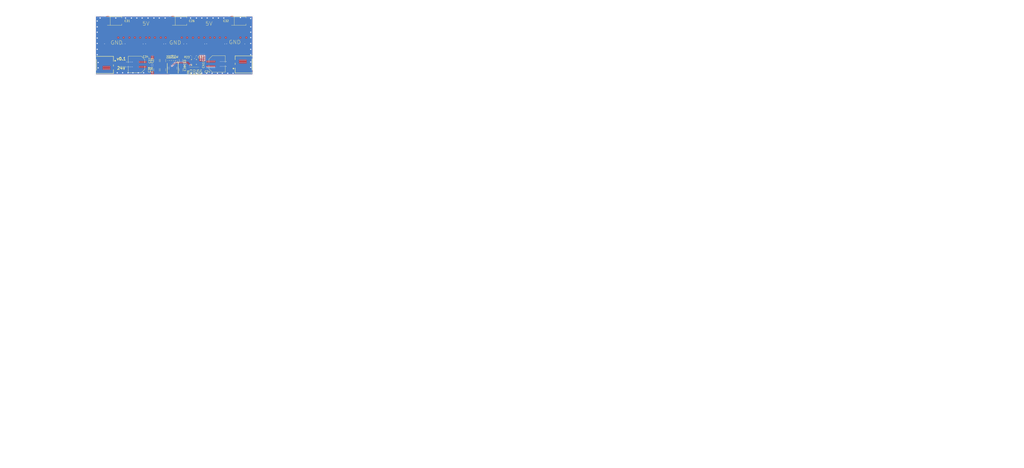
<source format=kicad_pcb>
(kicad_pcb (version 20241229) (generator "pcbnew") (generator_version "9.0")
  (layers (0 "F.Cu" signal) (4 "In1.Cu" power "Ground") (6 "In2.Cu" power "Power") (2 "B.Cu" signal) (13 "F.Paste" user) (15 "B.Paste" user) (5 "F.SilkS" user "F.Silkscreen") (7 "B.SilkS" user "B.Silkscreen") (1 "F.Mask" user) (3 "B.Mask" user) (25 "Edge.Cuts" user))
  (net 0 "")
  (net 1 "GND")
  (net 2 "/buck24v/5V_RAW")
  (net 7 "Net-(U15-FB)")
  (net 11 "Net-(U1-DVDT)")
  (net 12 "Net-(U15-MODE)")
  (net 13 "Net-(U1-EN{slash}UVLO)")
  (net 16 "/buck24v/VOUT")
  (net 17 "Net-(U15-SS)")
  (net 18 "Net-(U1-OVLO{slash}OVCSEL)")
  (net 19 "Net-(U1-ILM)")
  (net 20 "Net-(U1-PGTH{slash}~{FLT})")
  (net 23 "/NanoFitPower/VIN")
  (footprint "Resistor_SMD:R_0402_1005Metric" (layer "F.Cu") (at 109.045 68.4 90)
    (property "Reference" "R6" (at -2.5 -1 90) (layer "F.SilkS"))
    (property "Value" "73.2k")
    (fp_line (start -0.153641 -0.38) (end 0.153641 -0.38) (stroke (width 0.12)) (layer "F.SilkS"))
    (fp_line (start -0.153641 0.38) (end 0.153641 0.38) (stroke (width 0.12)) (layer "F.SilkS"))
    (pad "1" smd roundrect (at -0.51 0 90) (size 0.54 0.64) (layers "F.Cu" "F.Mask" "F.Paste") (net 2 "/buck24v/5V_RAW"))
    (pad "2" smd roundrect (at 0.51 0 90) (size 0.54 0.64) (layers "F.Cu" "F.Mask" "F.Paste") (net 13 "Net-(U1-EN{slash}UVLO)"))
  )
  (footprint "Capacitor_SMD:C_0402_1005Metric" (layer "F.Cu") (at 100 65 -90)
    (property "Reference" "C40" (at -1.95 0 90) (layer "F.SilkS") (effects (font (size 1 0.6))))
    (property "Value" "47pF")
    (fp_line (start -0.107836 0.36) (end 0.107836 0.36) (stroke (width 0.12)) (layer "F.SilkS"))
    (fp_line (start -0.107836 -0.36) (end 0.107836 -0.36) (stroke (width 0.12)) (layer "F.SilkS"))
    (pad "1" smd roundrect (at -0.48 0 270) (size 0.56 0.62) (layers "F.Cu" "F.Mask" "F.Paste") (net 2 "/buck24v/5V_RAW"))
    (pad "2" smd roundrect (at 0.48 0 270) (size 0.56 0.62) (layers "F.Cu" "F.Mask" "F.Paste") (net 7 "Net-(U15-FB)"))
  )
  (footprint "easyeda2kicad:B3QFN-19_L5.5-W5.0-P0.50-TL" (layer "F.Cu") (at 100.12 69 -90)
    (property "Reference" "U15" (hide yes))
    (property "Value" "TPSM86837RCGR")
    (fp_line (start -2.5 2.8) (end -2.5 2.76) (stroke (width 0.25)) (layer "F.SilkS"))
    (fp_line (start 2.5 2.8) (end -2.5 2.8) (stroke (width 0.25)) (layer "F.SilkS"))
    (fp_line (start 2.5 2.76) (end 2.5 2.8) (stroke (width 0.25)) (layer "F.SilkS"))
    (fp_line (start -2.5 -2.76) (end -2.5 -2.8) (stroke (width 0.25)) (layer "F.SilkS"))
    (fp_line (start -2.5 -2.76) (end -2.5 -2.8) (stroke (width 0.25)) (layer "F.SilkS"))
    (fp_line (start -2.5 -2.8) (end 2.5 -2.8) (stroke (width 0.25)) (layer "F.SilkS"))
    (fp_line (start 2.5 -2.8) (end 2.5 -2.76) (stroke (width 0.25)) (layer "F.SilkS"))
    (fp_circle (center -3.1 -2.6) (end -3 -2.6) (stroke (width 0.25)) (fill no) (layer "F.SilkS"))
    (pad "1" smd rect (at -2.1 -2.15 270) (size 1.2 0.75) (layers "F.Cu" "F.Mask" "F.Paste") (net 2 "/buck24v/5V_RAW"))
    (pad "2" smd rect (at -2.2 -1.25 270) (size 1 0.25) (layers "F.Cu" "F.Mask" "F.Paste") (net 12 "Net-(U15-MODE)"))
    (pad "3" smd rect (at -2.2 -0.75 270) (size 1 0.25) (layers "F.Cu" "F.Mask" "F.Paste"))
    (pad "4" smd rect (at -2.2 -0.25 270) (size 1 0.25) (layers "F.Cu" "F.Mask" "F.Paste") (net 7 "Net-(U15-FB)"))
    (pad "5" smd rect (at -2.2 0.25 270) (size 1 0.25) (layers "F.Cu" "F.Mask" "F.Paste") (net 1 "GND"))
    (pad "6" smd rect (at -2.2 0.75 270) (size 1 0.25) (layers "F.Cu" "F.Mask" "F.Paste") (net 13 "Net-(U1-EN{slash}UVLO)"))
    (pad "7" smd rect (at -2.2 1.25 270) (size 1 0.25) (layers "F.Cu" "F.Mask" "F.Paste") (net 17 "Net-(U15-SS)"))
    (pad "8" smd rect (at -2.1 2.15 270) (size 1.2 0.75) (layers "F.Cu" "F.Mask" "F.Paste") (net 23 "/NanoFitPower/VIN"))
    (pad "9" smd rect (at 2.1 2.15 270) (size 1.2 0.75) (layers "F.Cu" "F.Mask" "F.Paste") (net 23 "/NanoFitPower/VIN"))
    (pad "10" smd rect (at 2.2 1.25 270) (size 1 0.25) (layers "F.Cu" "F.Mask" "F.Paste"))
    (pad "11" smd rect (at 2.2 0.75 270) (size 1 0.25) (layers "F.Cu" "F.Mask" "F.Paste"))
    (pad "12" smd rect (at 2.2 0.25 270) (size 1 0.25) (layers "F.Cu" "F.Mask" "F.Paste"))
    (pad "13" smd rect (at 2.2 -0.25 270) (size 1 0.25) (layers "F.Cu" "F.Mask" "F.Paste"))
    (pad "14" smd rect (at 2.2 -0.75 270) (size 1 0.25) (layers "F.Cu" "F.Mask" "F.Paste"))
    (pad "15" smd rect (at 2.2 -1.25 270) (size 1 0.25) (layers "F.Cu" "F.Mask" "F.Paste"))
    (pad "16" smd rect (at 2.1 -2.15 270) (size 1.2 0.75) (layers "F.Cu" "F.Mask" "F.Paste") (net 2 "/buck24v/5V_RAW"))
    (pad "17" smd rect (at 0 -1.05 270) (size 1.6 0.8) (layers "F.Cu" "F.Mask" "F.Paste") (net 1 "GND"))
    (pad "18" smd rect (at 0 0 270) (size 1.6 0.8) (layers "F.Cu" "F.Mask" "F.Paste") (net 1 "GND"))
    (pad "19" smd rect (at 0 1.05 270) (size 1.6 0.8) (layers "F.Cu" "F.Mask" "F.Paste") (net 1 "GND"))
  )
  (footprint "Resistor_SMD:R_0402_1005Metric" (layer "F.Cu") (at 111.045 68.4 -90)
    (property "Reference" "R22" (at 2.5 -0.25 90) (layer "F.SilkS"))
    (property "Value" "73.2k")
    (fp_line (start -0.153641 0.38) (end 0.153641 0.38) (stroke (width 0.12)) (layer "F.SilkS"))
    (fp_line (start -0.153641 -0.38) (end 0.153641 -0.38) (stroke (width 0.12)) (layer "F.SilkS"))
    (pad "1" smd roundrect (at -0.51 0 270) (size 0.54 0.64) (layers "F.Cu" "F.Mask" "F.Paste") (net 18 "Net-(U1-OVLO{slash}OVCSEL)"))
    (pad "2" smd roundrect (at 0.51 0 270) (size 0.54 0.64) (layers "F.Cu" "F.Mask" "F.Paste") (net 1 "GND"))
  )
  (footprint "Capacitor_SMD:C_0402_1005Metric" (layer "F.Cu") (at 98 65.02 90)
    (property "Reference" "C41" (at 1.95 -0.5 90) (layer "F.SilkS") (effects (font (size 1 0.6))))
    (property "Value" "47nF")
    (fp_line (start -0.107836 -0.36) (end 0.107836 -0.36) (stroke (width 0.12)) (layer "F.SilkS"))
    (fp_line (start -0.107836 0.36) (end 0.107836 0.36) (stroke (width 0.12)) (layer "F.SilkS"))
    (pad "1" smd roundrect (at -0.48 0 90) (size 0.56 0.62) (layers "F.Cu" "F.Mask" "F.Paste") (net 17 "Net-(U15-SS)"))
    (pad "2" smd roundrect (at 0.48 0 90) (size 0.56 0.62) (layers "F.Cu" "F.Mask" "F.Paste") (net 1 "GND"))
  )
  (footprint "Capacitor_SMD:C_1206_3216Metric" (layer "F.Cu") (at 104.365 65 -90)
    (property "Reference" "C33" (at 1 -2 90) (layer "F.SilkS"))
    (property "Value" "10uF")
    (fp_line (start -0.711252 0.91) (end 0.711252 0.91) (stroke (width 0.12)) (layer "F.SilkS"))
    (fp_line (start -0.711252 -0.91) (end 0.711252 -0.91) (stroke (width 0.12)) (layer "F.SilkS"))
    (pad "1" smd roundrect (at -1.475 0 270) (size 1.15 1.8) (layers "F.Cu" "F.Mask" "F.Paste") (roundrect_rratio 0.217391) (net 2 "/buck24v/5V_RAW"))
    (pad "2" smd roundrect (at 1.475 0 270) (size 1.15 1.8) (layers "F.Cu" "F.Mask" "F.Paste") (roundrect_rratio 0.217391) (net 1 "GND"))
  )
  (footprint "Capacitor_SMD:C_1206_3216Metric" (layer "F.Cu") (at 104.365 69.75 90)
    (property "Reference" "C39" (at 0.75 2 90) (layer "F.SilkS"))
    (property "Value" "10uF")
    (fp_line (start -0.711252 -0.91) (end 0.711252 -0.91) (stroke (width 0.12)) (layer "F.SilkS"))
    (fp_line (start -0.711252 0.91) (end 0.711252 0.91) (stroke (width 0.12)) (layer "F.SilkS"))
    (pad "1" smd roundrect (at -1.475 0 90) (size 1.15 1.8) (layers "F.Cu" "F.Mask" "F.Paste") (roundrect_rratio 0.217391) (net 2 "/buck24v/5V_RAW"))
    (pad "2" smd roundrect (at 1.475 0 90) (size 1.15 1.8) (layers "F.Cu" "F.Mask" "F.Paste") (roundrect_rratio 0.217391) (net 1 "GND"))
  )
  (footprint "easyeda2kicad:CAP-SMD_BD8.0-L8.3-W8.3-FD" (layer "F.Cu") (at 122.845 66.75)
    (property "Reference" "C24" (at -5 4 0) (layer "F.SilkS"))
    (property "Value" "220uF")
    (fp_line (start -4.2 -2.49) (end -4.2 -0.78) (stroke (width 0.15)) (layer "F.SilkS"))
    (fp_line (start -4.2 2.49) (end -4.2 0.78) (stroke (width 0.15)) (layer "F.SilkS"))
    (fp_line (start -2.46 -4.23) (end -4.2 -2.49) (stroke (width 0.15)) (layer "F.SilkS"))
    (fp_line (start -2.46 4.23) (end -4.2 2.49) (stroke (width 0.15)) (layer "F.SilkS"))
    (fp_line (start 4.2 -4.23) (end -2.46 -4.23) (stroke (width 0.15)) (layer "F.SilkS"))
    (fp_line (start 4.2 -0.78) (end 4.2 -4.23) (stroke (width 0.15)) (layer "F.SilkS"))
    (fp_line (start 4.2 0.78) (end 4.2 4.23) (stroke (width 0.15)) (layer "F.SilkS"))
    (fp_line (start 4.2 4.23) (end -2.46 4.23) (stroke (width 0.15)) (layer "F.SilkS"))
    (pad "1" smd rect (at -3.27 0) (size 4.2 1.4) (layers "F.Cu" "F.Mask" "F.Paste") (net 23 "/NanoFitPower/VIN"))
    (pad "2" smd rect (at 3.27 0) (size 4.2 1.4) (layers "F.Cu" "F.Mask" "F.Paste") (net 1 "GND"))
  )
  (footprint "easyeda2kicad:CAP-SMD_L7.3-W4.3-FD" (layer "F.Cu") (at 70.365 44.75)
    (property "Reference" "C31" (at 6.5 0 0) (layer "F.SilkS"))
    (property "Value" "330uF")
    (fp_line (start -3.73 -2.23) (end 3.73 -2.23) (stroke (width 0.15)) (layer "F.SilkS"))
    (fp_line (start -3.73 2.23) (end 3.73 2.23) (stroke (width 0.15)) (layer "F.SilkS"))
    (fp_line (start -2.2 -2.23) (end -2.2 2.23) (stroke (width 0.15)) (layer "F.SilkS"))
    (fp_line (start 3.73 -2.23) (end 3.73 -1.5) (stroke (width 0.15)) (layer "F.SilkS"))
    (fp_line (start 3.73 2.23) (end 3.73 1.5) (stroke (width 0.15)) (layer "F.SilkS"))
    (pad "1" smd rect (at -3.44 0 180) (size 2.19 2.59) (layers "F.Cu" "F.Mask" "F.Paste") (net 16 "/buck24v/VOUT"))
    (pad "2" smd rect (at 3.44 0 180) (size 2.19 2.59) (layers "F.Cu" "F.Mask" "F.Paste") (net 1 "GND"))
  )
  (footprint "easyeda2kicad:CAP-SMD_L7.3-W4.3-FD" (layer "F.Cu") (at 133.865 44.75)
    (property "Reference" "C32" (at -6.5 0 0) (layer "F.SilkS"))
    (property "Value" "330uF")
    (fp_line (start -3.73 -2.23) (end 3.73 -2.23) (stroke (width 0.15)) (layer "F.SilkS"))
    (fp_line (start -3.73 2.23) (end 3.73 2.23) (stroke (width 0.15)) (layer "F.SilkS"))
    (fp_line (start -2.2 -2.23) (end -2.2 2.23) (stroke (width 0.15)) (layer "F.SilkS"))
    (fp_line (start 3.73 -2.23) (end 3.73 -1.5) (stroke (width 0.15)) (layer "F.SilkS"))
    (fp_line (start 3.73 2.23) (end 3.73 1.5) (stroke (width 0.15)) (layer "F.SilkS"))
    (pad "1" smd rect (at -3.44 0 180) (size 2.19 2.59) (layers "F.Cu" "F.Mask" "F.Paste") (net 16 "/buck24v/VOUT"))
    (pad "2" smd rect (at 3.44 0 180) (size 2.19 2.59) (layers "F.Cu" "F.Mask" "F.Paste") (net 1 "GND"))
  )
  (footprint "Resistor_SMD:R_0402_1005Metric" (layer "F.Cu") (at 99 65 -90)
    (property "Reference" "R21" (at -1.93 0.25 90) (layer "F.SilkS") (effects (font (size 1 0.6))))
    (property "Value" "10k")
    (fp_line (start -0.153641 0.38) (end 0.153641 0.38) (stroke (width 0.12)) (layer "F.SilkS"))
    (fp_line (start -0.153641 -0.38) (end 0.153641 -0.38) (stroke (width 0.12)) (layer "F.SilkS"))
    (pad "1" smd roundrect (at -0.51 0 270) (size 0.54 0.64) (layers "F.Cu" "F.Mask" "F.Paste") (net 7 "Net-(U15-FB)"))
    (pad "2" smd roundrect (at 0.51 0 270) (size 0.54 0.64) (layers "F.Cu" "F.Mask" "F.Paste") (net 1 "GND"))
  )
  (footprint "Resistor_SMD:R_0402_1005Metric" (layer "F.Cu") (at 113 68.4 -90)
    (property "Reference" "R24" (at 2.5 -1.5 90) (layer "F.SilkS"))
    (property "Value" "73.2k")
    (fp_line (start -0.153641 0.38) (end 0.153641 0.38) (stroke (width 0.12)) (layer "F.SilkS"))
    (fp_line (start -0.153641 -0.38) (end 0.153641 -0.38) (stroke (width 0.12)) (layer "F.SilkS"))
    (pad "1" smd roundrect (at -0.51 0 270) (size 0.54 0.64) (layers "F.Cu" "F.Mask" "F.Paste") (net 16 "/buck24v/VOUT"))
    (pad "2" smd roundrect (at 0.51 0 270) (size 0.54 0.64) (layers "F.Cu" "F.Mask" "F.Paste") (net 20 "Net-(U1-PGTH{slash}~{FLT})"))
  )
  (footprint "Capacitor_SMD:C_1210_3225Metric" (layer "F.Cu") (at 95.115 65 -90)
    (property "Reference" "C35" (at 0 5.5 90) (layer "F.SilkS"))
    (property "Value" "10uF")
    (fp_line (start -0.711252 1.36) (end 0.711252 1.36) (stroke (width 0.12)) (layer "F.SilkS"))
    (fp_line (start -0.711252 -1.36) (end 0.711252 -1.36) (stroke (width 0.12)) (layer "F.SilkS"))
    (pad "1" smd roundrect (at -1.475 0 270) (size 1.15 2.7) (layers "F.Cu" "F.Mask" "F.Paste") (roundrect_rratio 0.217391) (net 23 "/NanoFitPower/VIN"))
    (pad "2" smd roundrect (at 1.475 0 270) (size 1.15 2.7) (layers "F.Cu" "F.Mask" "F.Paste") (roundrect_rratio 0.217391) (net 1 "GND"))
  )
  (footprint "easyeda2kicad:CAP-SMD_BD8.0-L8.3-W8.3-FD" (layer "F.Cu") (at 81.615 67 180)
    (property "Reference" "C34" (at -4.635 4 180) (layer "F.SilkS"))
    (property "Value" "220uF")
    (fp_line (start 4.2 4.23) (end -2.46 4.23) (stroke (width 0.15)) (layer "F.SilkS"))
    (fp_line (start 4.2 0.78) (end 4.2 4.23) (stroke (width 0.15)) (layer "F.SilkS"))
    (fp_line (start 4.2 -0.78) (end 4.2 -4.23) (stroke (width 0.15)) (layer "F.SilkS"))
    (fp_line (start 4.2 -4.23) (end -2.46 -4.23) (stroke (width 0.15)) (layer "F.SilkS"))
    (fp_line (start -2.46 4.23) (end -4.2 2.49) (stroke (width 0.15)) (layer "F.SilkS"))
    (fp_line (start -2.46 -4.23) (end -4.2 -2.49) (stroke (width 0.15)) (layer "F.SilkS"))
    (fp_line (start -4.2 2.49) (end -4.2 0.78) (stroke (width 0.15)) (layer "F.SilkS"))
    (fp_line (start -4.2 -2.49) (end -4.2 -0.78) (stroke (width 0.15)) (layer "F.SilkS"))
    (pad "1" smd rect (at -3.27 0 180) (size 4.2 1.4) (layers "F.Cu" "F.Mask" "F.Paste") (net 23 "/NanoFitPower/VIN"))
    (pad "2" smd rect (at 3.27 0 180) (size 4.2 1.4) (layers "F.Cu" "F.Mask" "F.Paste") (net 1 "GND"))
  )
  (footprint "Resistor_SMD:R_0402_1005Metric" (layer "F.Cu") (at 101 65 -90)
    (property "Reference" "R14" (at -1.93 -0.25 90) (layer "F.SilkS") (effects (font (size 1 0.6))))
    (property "Value" "73.2k")
    (fp_line (start -0.153641 0.38) (end 0.153641 0.38) (stroke (width 0.12)) (layer "F.SilkS"))
    (fp_line (start -0.153641 -0.38) (end 0.153641 -0.38) (stroke (width 0.12)) (layer "F.SilkS"))
    (pad "1" smd roundrect (at -0.51 0 270) (size 0.54 0.64) (layers "F.Cu" "F.Mask" "F.Paste") (net 2 "/buck24v/5V_RAW"))
    (pad "2" smd roundrect (at 0.51 0 270) (size 0.54 0.64) (layers "F.Cu" "F.Mask" "F.Paste") (net 7 "Net-(U15-FB)"))
  )
  (footprint "Capacitor_SMD:C_0402_1005Metric" (layer "F.Cu") (at 111.865 63.25)
    (property "Reference" "C42" (at 2.5 0 0) (layer "F.SilkS"))
    (property "Value" "22nF")
    (fp_line (start -0.107836 -0.36) (end 0.107836 -0.36) (stroke (width 0.12)) (layer "F.SilkS"))
    (fp_line (start -0.107836 0.36) (end 0.107836 0.36) (stroke (width 0.12)) (layer "F.SilkS"))
    (pad "1" smd roundrect (at -0.48 0) (size 0.56 0.62) (layers "F.Cu" "F.Mask" "F.Paste") (net 11 "Net-(U1-DVDT)"))
    (pad "2" smd roundrect (at 0.48 0) (size 0.56 0.62) (layers "F.Cu" "F.Mask" "F.Paste") (net 1 "GND"))
  )
  (footprint "Resistor_SMD:R_0402_1005Metric" (layer "F.Cu") (at 102 65 90)
    (property "Reference" "R1" (at 1.93 0.5 90) (layer "F.SilkS") (effects (font (size 0.8 0.6))))
    (property "Value" "162k")
    (fp_line (start -0.153641 -0.38) (end 0.153641 -0.38) (stroke (width 0.12)) (layer "F.SilkS"))
    (fp_line (start -0.153641 0.38) (end 0.153641 0.38) (stroke (width 0.12)) (layer "F.SilkS"))
    (pad "1" smd roundrect (at -0.51 0 90) (size 0.54 0.64) (layers "F.Cu" "F.Mask" "F.Paste") (net 12 "Net-(U15-MODE)"))
    (pad "2" smd roundrect (at 0.51 0 90) (size 0.54 0.64) (layers "F.Cu" "F.Mask" "F.Paste") (net 1 "GND"))
  )
  (footprint "Resistor_SMD:R_0402_1005Metric" (layer "F.Cu") (at 112.045 68.4 -90)
    (property "Reference" "R25" (at 2.5 -1 90) (layer "F.SilkS"))
    (property "Value" "73.2k")
    (fp_line (start -0.153641 0.38) (end 0.153641 0.38) (stroke (width 0.12)) (layer "F.SilkS"))
    (fp_line (start -0.153641 -0.38) (end 0.153641 -0.38) (stroke (width 0.12)) (layer "F.SilkS"))
    (pad "1" smd roundrect (at -0.51 0 270) (size 0.54 0.64) (layers "F.Cu" "F.Mask" "F.Paste") (net 20 "Net-(U1-PGTH{slash}~{FLT})"))
    (pad "2" smd roundrect (at 0.51 0 270) (size 0.54 0.64) (layers "F.Cu" "F.Mask" "F.Paste") (net 1 "GND"))
  )
  (footprint "easyeda2kicad:CONN-SMD_2P-P2.54_105430-1102" (layer "F.Cu") (at 67.515 67.23 -90)
    (property "Reference" "CN7" (hide yes))
    (property "Value" "105430-1102")
    (fp_line (start 4.37 6.4) (end 4.3 6.4) (stroke (width 0.25)) (layer "F.SilkS"))
    (fp_line (start -2.81 6.39) (end 2.74 6.39) (stroke (width 0.25)) (layer "F.SilkS"))
    (fp_line (start -4.37 -2.29) (end -4.37 6.4) (stroke (width 0.25)) (layer "F.SilkS"))
    (fp_line (start -1.8 -2.29) (end -4.37 -2.29) (stroke (width 0.25)) (layer "F.SilkS"))
    (fp_line (start 0.7 -2.29) (end -0.1 -2.29) (stroke (width 0.25)) (layer "F.SilkS"))
    (fp_line (start 4.37 -2.29) (end 4.37 6.4) (stroke (width 0.25)) (layer "F.SilkS"))
    (fp_line (start 4.37 -2.29) (end 2.4 -2.29) (stroke (width 0.25)) (layer "F.SilkS"))
    (fp_circle (center -2.11 -3.17) (end -1.91 -3.17) (stroke (width 0.4)) (fill no) (layer "F.SilkS"))
    (pad "1" smd rect (at -0.95 -2.53 270) (size 1.24 2.5) (layers "F.Cu" "F.Mask" "F.Paste") (net 1 "GND"))
    (pad "2" smd rect (at 1.55 -2.53 270) (size 1.24 2.5) (layers "F.Cu" "F.Mask" "F.Paste") (net 23 "/NanoFitPower/VIN"))
    (pad "3" smd rect (at -3.52 2.53 270) (size 1.1 8.2) (layers "F.Cu" "F.Mask" "F.Paste"))
    (pad "4" smd rect (at 3.52 2.4 270) (size 1.1 8.2) (layers "F.Cu" "F.Mask" "F.Paste"))
  )
  (footprint "Capacitor_SMD:C_1210_3225Metric" (layer "F.Cu") (at 95.115 69.75 90)
    (property "Reference" "C36" (at 0 -5.75 90) (layer "F.SilkS"))
    (property "Value" "10uF")
    (fp_line (start -0.711252 -1.36) (end 0.711252 -1.36) (stroke (width 0.12)) (layer "F.SilkS"))
    (fp_line (start -0.711252 1.36) (end 0.711252 1.36) (stroke (width 0.12)) (layer "F.SilkS"))
    (pad "1" smd roundrect (at -1.475 0 90) (size 1.15 2.7) (layers "F.Cu" "F.Mask" "F.Paste") (roundrect_rratio 0.217391) (net 23 "/NanoFitPower/VIN"))
    (pad "2" smd roundrect (at 1.475 0 90) (size 1.15 2.7) (layers "F.Cu" "F.Mask" "F.Paste") (roundrect_rratio 0.217391) (net 1 "GND"))
  )
  (footprint "Capacitor_SMD:C_1210_3225Metric" (layer "F.Cu") (at 91.865 65 -90)
    (property "Reference" "C37" (at 0 3.5 90) (layer "F.SilkS"))
    (property "Value" "10uF")
    (fp_line (start -0.711252 1.36) (end 0.711252 1.36) (stroke (width 0.12)) (layer "F.SilkS"))
    (fp_line (start -0.711252 -1.36) (end 0.711252 -1.36) (stroke (width 0.12)) (layer "F.SilkS"))
    (pad "1" smd roundrect (at -1.475 0 270) (size 1.15 2.7) (layers "F.Cu" "F.Mask" "F.Paste") (roundrect_rratio 0.217391) (net 23 "/NanoFitPower/VIN"))
    (pad "2" smd roundrect (at 1.475 0 270) (size 1.15 2.7) (layers "F.Cu" "F.Mask" "F.Paste") (roundrect_rratio 0.217391) (net 1 "GND"))
  )
  (footprint "Resistor_SMD:R_0402_1005Metric" (layer "F.Cu") (at 110.045 68.4 90)
    (property "Reference" "R13" (at -2.5 -0.5 90) (layer "F.SilkS"))
    (property "Value" "73.2k")
    (fp_line (start -0.153641 -0.38) (end 0.153641 -0.38) (stroke (width 0.12)) (layer "F.SilkS"))
    (fp_line (start -0.153641 0.38) (end 0.153641 0.38) (stroke (width 0.12)) (layer "F.SilkS"))
    (pad "1" smd roundrect (at -0.51 0 90) (size 0.54 0.64) (layers "F.Cu" "F.Mask" "F.Paste") (net 13 "Net-(U1-EN{slash}UVLO)"))
    (pad "2" smd roundrect (at 0.51 0 90) (size 0.54 0.64) (layers "F.Cu" "F.Mask" "F.Paste") (net 18 "Net-(U1-OVLO{slash}OVCSEL)"))
  )
  (footprint "Capacitor_SMD:C_1210_3225Metric" (layer "F.Cu") (at 91.865 69.75 90)
    (property "Reference" "C38" (at 0 -3.75 90) (layer "F.SilkS"))
    (property "Value" "10uF")
    (fp_line (start -0.711252 -1.36) (end 0.711252 -1.36) (stroke (width 0.12)) (layer "F.SilkS"))
    (fp_line (start -0.711252 1.36) (end 0.711252 1.36) (stroke (width 0.12)) (layer "F.SilkS"))
    (pad "1" smd roundrect (at -1.475 0 90) (size 1.15 2.7) (layers "F.Cu" "F.Mask" "F.Paste") (roundrect_rratio 0.217391) (net 23 "/NanoFitPower/VIN"))
    (pad "2" smd roundrect (at 1.475 0 90) (size 1.15 2.7) (layers "F.Cu" "F.Mask" "F.Paste") (roundrect_rratio 0.217391) (net 1 "GND"))
  )
  (footprint "easyeda2kicad:CAP-SMD_L7.3-W4.3-FD" (layer "F.Cu") (at 103.615 44.75)
    (property "Reference" "C26" (at 6.25 0 0) (layer "F.SilkS"))
    (property "Value" "330uF")
    (fp_line (start -3.73 -2.23) (end 3.73 -2.23) (stroke (width 0.15)) (layer "F.SilkS"))
    (fp_line (start -3.73 2.23) (end 3.73 2.23) (stroke (width 0.15)) (layer "F.SilkS"))
    (fp_line (start -2.2 -2.23) (end -2.2 2.23) (stroke (width 0.15)) (layer "F.SilkS"))
    (fp_line (start 3.73 -2.23) (end 3.73 -1.5) (stroke (width 0.15)) (layer "F.SilkS"))
    (fp_line (start 3.73 2.23) (end 3.73 1.5) (stroke (width 0.15)) (layer "F.SilkS"))
    (pad "1" smd rect (at -3.44 0 180) (size 2.19 2.59) (layers "F.Cu" "F.Mask" "F.Paste") (net 16 "/buck24v/VOUT"))
    (pad "2" smd rect (at 3.44 0 180) (size 2.19 2.59) (layers "F.Cu" "F.Mask" "F.Paste") (net 1 "GND"))
  )
  (footprint "easyeda2kicad:VQFN-10_L2.0-W2.0-P0.45-TL" (layer "F.Cu") (at 111 65.75 90)
    (property "Reference" "U1" (hide yes))
    (property "Value" "TPS259474LRPWR")
    (fp_line (start 1.34 -1.32) (end 1.34 -1.09) (stroke (width 0.25)) (layer "F.SilkS"))
    (fp_line (start 1.06 -1.32) (end 1.34 -1.32) (stroke (width 0.25)) (layer "F.SilkS"))
    (fp_line (start -1.23 -1.32) (end -1.07 -1.32) (stroke (width 0.25)) (layer "F.SilkS"))
    (fp_line (start -1.27 -1.13) (end -1.27 -1.33) (stroke (width 0.25)) (layer "F.SilkS"))
    (fp_line (start 1.34 1.09) (end 1.34 1.28) (stroke (width 0.25)) (layer "F.SilkS"))
    (fp_line (start 1.34 1.28) (end 1.08 1.28) (stroke (width 0.25)) (layer "F.SilkS"))
    (fp_line (start -1.06 1.28) (end -1.27 1.28) (stroke (width 0.25)) (layer "F.SilkS"))
    (fp_line (start -1.27 1.28) (end -1.27 1.12) (stroke (width 0.25)) (layer "F.SilkS"))
    (fp_circle (center -1.72 -1.23) (end -1.59 -1.23) (stroke (width 0.25)) (fill no) (layer "F.SilkS"))
    (pad "1" smd custom (at -0.91 -0.9 90) (size 0.01 0.01) (layers "F.Cu" "F.Mask" "F.Paste") (net 13 "Net-(U1-EN{slash}UVLO)") (options (clearance outline) (anchor circle)) (primitives (gr_poly (pts (xy 0.04 -0.3) (xy 0.04 0) (xy -0.31 0) (xy -0.31 0.3) (xy 0.04 0.3) (xy 0.29 0.3) (xy 0.29 0) (xy 0.29 -0.3) (xy 0.04 -0.3)) (width 0.1) (fill yes))))
    (pad "2" smd rect (at -0.91 -0.23) (size 0.25 0.6) (layers "F.Cu" "F.Mask" "F.Paste") (net 18 "Net-(U1-OVLO{slash}OVCSEL)"))
    (pad "3" smd rect (at -0.91 0.23) (size 0.25 0.6) (layers "F.Cu" "F.Mask" "F.Paste"))
    (pad "4" smd custom (at -0.91 0.9 90) (size 0.01 0.01) (layers "F.Cu" "F.Mask" "F.Paste") (net 20 "Net-(U1-PGTH{slash}~{FLT})") (options (clearance outline) (anchor circle)) (primitives (gr_poly (pts (xy 0.05 0.3) (xy 0.05 0) (xy -0.3 0) (xy -0.3 -0.3) (xy 0.05 -0.3) (xy 0.3 -0.3) (xy 0.3 0) (xy 0.3 0.3) (xy 0.05 0.3)) (width 0.1) (fill yes))))
    (pad "5" smd rect (at -0.23 0 90) (size 0.3 2.4) (layers "F.Cu" "F.Mask" "F.Paste") (net 2 "/buck24v/5V_RAW"))
    (pad "6" smd rect (at 0.26 0 90) (size 0.3 2.4) (layers "F.Cu" "F.Mask" "F.Paste") (net 16 "/buck24v/VOUT"))
    (pad "7" smd custom (at 0.91 0.9 90) (size 0.01 0.01) (layers "F.Cu" "F.Mask" "F.Paste") (net 11 "Net-(U1-DVDT)") (options (clearance outline) (anchor circle)) (primitives (gr_poly (pts (xy -0.05 0.3) (xy -0.05 0) (xy 0.3 0) (xy 0.3 -0.3) (xy -0.05 -0.3) (xy -0.3 -0.3) (xy -0.3 0) (xy -0.3 0.3) (xy -0.05 0.3)) (width 0.1) (fill yes))))
    (pad "8" smd rect (at 0.91 0.23) (size 0.25 0.6) (layers "F.Cu" "F.Mask" "F.Paste") (net 1 "GND"))
    (pad "9" smd rect (at 0.91 -0.23) (size 0.25 0.6) (layers "F.Cu" "F.Mask" "F.Paste") (net 19 "Net-(U1-ILM)"))
    (pad "10" smd custom (at 0.91 -0.9 90) (size 0.01 0.01) (layers "F.Cu" "F.Mask" "F.Paste") (options (clearance outline) (anchor circle)) (primitives (gr_poly (pts (xy -0.05 -0.3) (xy -0.05 0) (xy 0.3 0) (xy 0.3 0.3) (xy -0.05 0.3) (xy -0.3 0.3) (xy -0.3 0) (xy -0.3 -0.3) (xy -0.05 -0.3)) (width 0.1) (fill yes))))
  )
  (footprint "easyeda2kicad:CONN-SMD_2P-P2.54_105430-1102" (layer "F.Cu") (at 134.335 66.98 90)
    (property "Reference" "CN11" (at 0 -18.53 90) (layer "F.SilkS"))
    (property "Value" "105430-1102")
    (fp_line (start 4.37 -2.29) (end 2.4 -2.29) (stroke (width 0.25)) (layer "F.SilkS"))
    (fp_line (start 4.37 -2.29) (end 4.37 6.4) (stroke (width 0.25)) (layer "F.SilkS"))
    (fp_line (start 0.7 -2.29) (end -0.1 -2.29) (stroke (width 0.25)) (layer "F.SilkS"))
    (fp_line (start -1.8 -2.29) (end -4.37 -2.29) (stroke (width 0.25)) (layer "F.SilkS"))
    (fp_line (start -4.37 -2.29) (end -4.37 6.4) (stroke (width 0.25)) (layer "F.SilkS"))
    (fp_line (start -2.81 6.39) (end 2.74 6.39) (stroke (width 0.25)) (layer "F.SilkS"))
    (fp_line (start 4.37 6.4) (end 4.3 6.4) (stroke (width 0.25)) (layer "F.SilkS"))
    (fp_circle (center -2.11 -3.17) (end -1.91 -3.17) (stroke (width 0.4)) (fill no) (layer "F.SilkS"))
    (pad "1" smd rect (at -0.95 -2.53 90) (size 1.24 2.5) (layers "F.Cu" "F.Mask" "F.Paste") (net 1 "GND"))
    (pad "2" smd rect (at 1.55 -2.53 90) (size 1.24 2.5) (layers "F.Cu" "F.Mask" "F.Paste") (net 23 "/NanoFitPower/VIN"))
    (pad "3" smd rect (at -3.52 2.53 90) (size 1.1 8.2) (layers "F.Cu" "F.Mask" "F.Paste"))
    (pad "4" smd rect (at 3.52 2.4 90) (size 1.1 8.2) (layers "F.Cu" "F.Mask" "F.Paste"))
  )
  (footprint "Resistor_SMD:R_0402_1005Metric" (layer "F.Cu") (at 109.875 63.25 180)
    (property "Reference" "R23" (at 2.51 0 0) (layer "F.SilkS"))
    (property "Value" "73.2k")
    (fp_line (start -0.153641 0.38) (end 0.153641 0.38) (stroke (width 0.12)) (layer "F.SilkS"))
    (fp_line (start -0.153641 -0.38) (end 0.153641 -0.38) (stroke (width 0.12)) (layer "F.SilkS"))
    (pad "1" smd roundrect (at -0.51 0 180) (size 0.54 0.64) (layers "F.Cu" "F.Mask" "F.Paste") (net 19 "Net-(U1-ILM)"))
    (pad "2" smd roundrect (at 0.51 0 180) (size 0.54 0.64) (layers "F.Cu" "F.Mask" "F.Paste") (net 1 "GND"))
  )
  (gr_rect (start 60.365 42) (end 141.365 72.5) (stroke (width 0.05)) (fill no) (layer "Edge.Cuts"))
  (gr_text "GND" (at 68.25 57 0) (layer "F.SilkS") (effects (font (size 2 2)) (justify left bottom)))
  (gr_text "5V" (at 84.5 47.25 0) (layer "F.SilkS") (effects (font (size 2 2)) (justify left bottom)))
  (gr_text "GND" (at 98.25 57 0) (layer "F.SilkS") (effects (font (size 2 2)) (justify left bottom)))
  (gr_text "v0.1" (at 71.25 65 0) (layer "F.SilkS") (effects (font (size 1.5 1.5) (thickness 0.3) (bold yes)) (justify left bottom)))
  (gr_text "5V" (at 116.75 47.25 0) (layer "F.SilkS") (effects (font (size 2 2)) (justify left bottom)))
  (gr_text "24V" (at 71.5 69.75 0) (layer "F.SilkS") (effects (font (size 1.5 1.5) (thickness 0.3) (bold yes)) (justify left bottom)))
  (gr_text "GND" (at 128.75 56.75 0) (layer "F.SilkS") (effects (font (size 2 2)) (justify left bottom)))
  (segment (start 99.87 66.153) (end 99.756 66.039) (width 0.2) (layer "F.Cu") (net 1))
  (segment (start 99.756 66.039) (end 99.529 66.039) (width 0.2) (layer "F.Cu") (net 1))
  (segment (start 99 65.51) (end 98.97 65.51) (width 0.2) (layer "F.Cu") (net 1))
  (segment (start 111.23 64.02) (end 111.25 64) (width 0.2) (layer "F.Cu") (net 1))
  (segment (start 99.529 66.039) (end 99 65.51) (width 0.2) (layer "F.Cu") (net 1))
  (segment (start 99.29 63.25) (end 99.75 63.25) (width 0.2) (layer "F.Cu") (net 1))
  (segment (start 111.23 64.84) (end 111.23 64.02) (width 0.2) (layer "F.Cu") (net 1))
  (segment (start 98 64.54) (end 99.29 63.25) (width 0.2) (layer "F.Cu") (net 1))
  (segment (start 99.87 66.8) (end 99.87 66.153) (width 0.2) (layer "F.Cu") (net 1))
  (segment (start 98.97 65.51) (end 98 64.54) (width 0.2) (layer "F.Cu") (net 1))
  (via (at 102.25 68.5) (size 0.45) (drill 0.3) (layers "F.Cu" "B.Cu") (net 1))
  (via (at 90.5 43.25) (size 0.8) (drill 0.6) (layers "F.Cu" "B.Cu") (net 1))
  (via (at 97.5 68.5) (size 0.45) (drill 0.3) (layers "F.Cu" "B.Cu") (net 1))
  (via (at 131 71.5) (size 0.8) (drill 0.6) (layers "F.Cu" "B.Cu") (net 1))
  (via (at 78 65.75) (size 0.45) (drill 0.3) (layers "F.Cu" "B.Cu") (net 1))
  (via (at 123.5 43.25) (size 0.8) (drill 0.6) (layers "F.Cu" "B.Cu") (net 1))
  (via (at 89.25 67.75) (size 0.45) (drill 0.3) (layers "F.Cu" "B.Cu") (net 1))
  (via (at 116.5 56.5) (size 0.45) (drill 0.3) (layers "F.Cu" "B.Cu") (net 1))
  (via (at 126 65.5) (size 0.45) (drill 0.3) (layers "F.Cu" "B.Cu") (net 1))
  (via (at 102.25 69.25) (size 0.45) (drill 0.3) (layers "F.Cu" "B.Cu") (net 1))
  (via (at 87.5 43.25) (size 0.8) (drill 0.6) (layers "F.Cu" "B.Cu") (net 1))
  (via (at 77.25 65.75) (size 0.45) (drill 0.3) (layers "F.Cu" "B.Cu") (net 1))
  (via (at 140 47.75) (size 0.8) (drill 0.6) (layers "F.Cu" "B.Cu") (net 1))
  (via (at 89.25 67) (size 0.45) (drill 0.3) (layers "F.Cu" "B.Cu") (net 1))
  (via (at 77.25 71.25) (size 0.8) (drill 0.6) (layers "F.Cu" "B.Cu") (net 1))
  (via (at 98.25 68.5) (size 0.45) (drill 0.3) (layers "F.Cu" "B.Cu") (net 1))
  (via (at 140 50.5) (size 0.8) (drill 0.6) (layers "F.Cu" "B.Cu") (net 1))
  (via (at 117.5 56.44517) (size 0.45) (drill 0.3) (layers "F.Cu" "B.Cu") (net 1))
  (via (at 128.25 71.5) (size 0.8) (drill 0.6) (layers "F.Cu" "B.Cu") (net 1))
  (via (at 85.25 71.25) (size 0.8) (drill 0.6) (layers "F.Cu" "B.Cu") (net 1))
  (via (at 103 68.5) (size 0.45) (drill 0.3) (layers "F.Cu" "B.Cu") (net 1))
  (via (at 106 67.25) (size 0.45) (drill 0.3) (layers "F.Cu" "B.Cu") (net 1))
  (via (at 140 68.5) (size 0.8) (drill 0.6) (layers "F.Cu" "B.Cu") (net 1))
  (via (at 126.75 68) (size 0.45) (drill 0.3) (layers "F.Cu" "B.Cu") (net 1))
  (via (at 79 43.25) (size 0.8) (drill 0.6) (layers "F.Cu" "B.Cu") (net 1))
  (via (at 107.25 56.44517) (size 0.45) (drill 0.3) (layers "F.Cu" "B.Cu") (net 1))
  (via (at 120.75 43.25) (size 0.8) (drill 0.6) (layers "F.Cu" "B.Cu") (net 1))
  (via (at 140 43.5) (size 0.8) (drill 0.6) (layers "F.Cu" "B.Cu") (net 1))
  (via (at 61.5 50.5) (size 0.8) (drill 0.6) (layers "F.Cu" "B.Cu") (net 1))
  (via (at 109.25 62.5) (size 0.45) (drill 0.3) (layers "F.Cu" "B.Cu") (net 1))
  (via (at 124.5 65.5) (size 0.45) (drill 0.3) (layers "F.Cu" "B.Cu") (net 1))
  (via (at 79.5 68.25) (size 0.45) (drill 0.3) (layers "F.Cu" "B.Cu") (net 1))
  (via (at 76.5 68.25) (size 0.45) (drill 0.3) (layers "F.Cu" "B.Cu") (net 1))
  (via (at 127.75 56.44517) (size 0.45) (drill 0.3) (layers "F.Cu" "B.Cu") (net 1))
  (via (at 126.75 56.5) (size 0.45) (drill 0.3) (layers "F.Cu" "B.Cu") (net 1))
  (via (at 137 56.5) (size 0.45) (drill 0.3) (layers "F.Cu" "B.Cu") (net 1))
  (via (at 127.5 65.5) (size 0.45) (drill 0.3) (layers "F.Cu" "B.Cu") (net 1))
  (via (at 82.5 71.25) (size 0.8) (drill 0.6) (layers "F.Cu" "B.Cu") (net 1))
  (via (at 125.25 65.5) (size 0.45) (drill 0.3) (layers "F.Cu" "B.Cu") (net 1))
  (via (at 106 68) (size 0.45) (drill 0.3) (layers "F.Cu" "B.Cu") (net 1))
  (via (at 63 43.25) (size 0.8) (drill 0.6) (layers "F.Cu" "B.Cu") (net 1))
  (via (at 117.5 71.5) (size 0.8) (drill 0.6) (layers "F.Cu" "B.Cu") (net 1))
  (via (at 97.5 69.25) (size 0.45) (drill 0.3) (layers "F.Cu" "B.Cu") (net 1))
  (via (at 61.5 53.5) (size 0.8) (drill 0.6) (layers "F.Cu" "B.Cu") (net 1))
  (via (at 127.5 68) (size 0.45) (drill 0.3) (layers "F.Cu" "B.Cu") (net 1))
  (via (at 125.5 71.5) (size 0.8) (drill 0.6) (layers "F.Cu" "B.Cu") (net 1))
  (via (at 126 68) (size 0.45) (drill 0.3) (layers "F.Cu" "B.Cu") (net 1))
  (via (at 71 43.25) (size 0.8) (drill 0.6) (layers "F.Cu" "B.Cu") (net 1))
  (via (at 109.25 43.25) (size 0.8) (drill 0.6) (layers "F.Cu" "B.Cu") (net 1))
  (via (at 124.5 68) (size 0.45) (drill 0.3) (layers "F.Cu" "B.Cu") (net 1))
  (via (at 140 53.25) (size 0.8) (drill 0.6) (layers "F.Cu" "B.Cu") (net 1))
  (via (at 79.5 65.75) (size 0.45) (drill 0.3) (layers "F.Cu" "B.Cu") (net 1))
  (via (at 140 62) (size 0.8) (drill 0.6) (layers "F.Cu" "B.Cu") (net 1))
  (via (at 115 43.25) (size 0.8) (drill 0.6) (layers "F.Cu" "B.Cu") (net 1))
  (via (at 111.25 64) (size 0.45) (drill 0.3) (layers "F.Cu" "B.Cu") (net 1))
  (via (at 81.75 43.25) (size 0.8) (drill 0.6) (layers "F.Cu" "B.Cu") (net 1))
  (via (at 125.25 68) (size 0.45) (drill 0.3) (layers "F.Cu" "B.Cu") (net 1))
  (via (at 90 67) (size 0.45) (drill 0.3) (layers "F.Cu" "B.Cu") (net 1))
  (via (at 112.25 43.25) (size 0.8) (drill 0.6) (layers "F.Cu" "B.Cu") (net 1))
  (via (at 126.25 43.25) (size 0.8) (drill 0.6) (layers "F.Cu" "B.Cu") (net 1))
  (via (at 61.5 62) (size 0.8) (drill 0.6) (layers "F.Cu" "B.Cu") (net 1))
  (via (at 96.25 43.25) (size 0.8) (drill 0.6) (layers "F.Cu" "B.Cu") (net 1))
  (via (at 65.25 56.44517) (size 0.45) (drill 0.3) (layers "F.Cu" "B.Cu") (net 1))
  (via (at 61.5 59.25) (size 0.8) (drill 0.6) (layers "F.Cu" "B.Cu") (net 1))
  (via (at 96.5 56.44517) (size 0.45) (drill 0.3) (layers "F.Cu" "B.Cu") (net 1))
  (via (at 61.5 47.75) (size 0.8) (drill 0.6) (layers "F.Cu" "B.Cu") (net 1))
  (via (at 126.75 65.5) (size 0.45) (drill 0.3) (layers "F.Cu" "B.Cu") (net 1))
  (via (at 75.75 56.44517) (size 0.45) (drill 0.3) (layers "F.Cu" "B.Cu") (net 1))
  (via (at 71.75 71.25) (size 0.8) (drill 0.6) (layers "F.Cu" "B.Cu") (net 1))
  (via (at 90 67.75) (size 0.45) (drill 0.3) (layers "F.Cu" "B.Cu") (net 1))
  (via (at 140 59.25) (size 0.8) (drill 0.6) (layers "F.Cu" "B.Cu") (net 1))
  (via (at 85 56.5) (size 0.45) (drill 0.3) (layers "F.Cu" "B.Cu") (net 1))
  (via (at 101.75 63.75) (size 0.25) (drill 0.15) (layers "F.Cu" "B.Cu") (net 1))
  (via (at 62 68.75) (size 0.8) (drill 0.6) (layers "F.Cu" "B.Cu") (net 1))
  (via (at 78.75 68.25) (size 0.45) (drill 0.3) (layers "F.Cu" "B.Cu") (net 1))
  (via (at 134.75 43) (size 0.8) (drill 0.6) (layers "F.Cu" "B.Cu") (net 1))
  (via (at 99.75 63.25) (size 0.45) (drill 0.3) (layers "F.Cu" "B.Cu") (net 1))
  (via (at 140 65.75) (size 0.8) (drill 0.6) (layers "F.Cu" "B.Cu") (net 1))
  (via (at 123 71.5) (size 0.8) (drill 0.6) (layers "F.Cu" "B.Cu") (net 1))
  (via (at 103 69.25) (size 0.45) (drill 0.3) (layers "F.Cu" "B.Cu") (net 1))
  (via (at 106 66.5) (size 0.45) (drill 0.3) (layers "F.Cu" "B.Cu") (net 1))
  (via (at 62 66) (size 0.8) (drill 0.6) (layers "F.Cu" "B.Cu") (net 1))
  (via (at 74.5 56.5) (size 0.45) (drill 0.3) (layers "F.Cu" "B.Cu") (net 1))
  (via (at 74.5 71.25) (size 0.8) (drill 0.6) (layers "F.Cu" "B.Cu") (net 1))
  (via (at 105.75 56.5) (size 0.45) (drill 0.3) (layers "F.Cu" "B.Cu") (net 1))
  (via (at 109.75 71.5) (size 0.8) (drill 0.6) (layers "F.Cu" "B.Cu") (net 1))
  (via (at 140 56.25) (size 0.8) (drill 0.6) (layers "F.Cu" "B.Cu") (net 1))
  (via (at 120.25 71.5) (size 0.8) (drill 0.6) (layers "F.Cu" "B.Cu") (net 1))
  (via (at 84.5 43.25) (size 0.8) (drill 0.6) (layers "F.Cu" "B.Cu") (net 1))
  (via (at 93.25 43.25) (size 0.8) (drill 0.6) (layers "F.Cu" "B.Cu") (net 1))
  (via (at 79.75 71.25) (size 0.8) (drill 0.6) (layers "F.Cu" "B.Cu") (net 1))
  (via (at 112.25 62.5) (size 0.45) (drill 0.3) (layers "F.Cu" "B.Cu") (net 1))
  (via (at 77.25 68.25) (size 0.45) (drill 0.3) (layers "F.Cu" "B.Cu") (net 1))
  (via (at 117.75 43.25) (size 0.8) (drill 0.6) (layers "F.Cu" "B.Cu") (net 1))
  (via (at 98.25 69.25) (size 0.45) (drill 0.3) (layers "F.Cu" "B.Cu") (net 1))
  (via (at 76.5 65.75) (size 0.45) (drill 0.3) (layers "F.Cu" "B.Cu") (net 1))
  (via (at 78.75 65.75) (size 0.45) (drill 0.3) (layers "F.Cu" "B.Cu") (net 1))
  (via (at 76 43.25) (size 0.8) (drill 0.6) (layers "F.Cu" "B.Cu") (net 1))
  (via (at 104.25 43.25) (size 0.8) (drill 0.6) (layers "F.Cu" "B.Cu") (net 1))
  (via (at 86.25 56.44517) (size 0.45) (drill 0.3) (layers "F.Cu" "B.Cu") (net 1))
  (via (at 61.5 44.75) (size 0.8) (drill 0.6) (layers "F.Cu" "B.Cu") (net 1))
  (via (at 61.5 56.25) (size 0.8) (drill 0.6) (layers "F.Cu" "B.Cu") (net 1))
  (via (at 78 68.25) (size 0.45) (drill 0.3) (layers "F.Cu" "B.Cu") (net 1))
  (via (at 112.25 71.5) (size 0.8) (drill 0.6) (layers "F.Cu" "B.Cu") (net 1))
  (via (at 95.5 56.5) (size 0.45) (drill 0.3) (layers "F.Cu" "B.Cu") (net 1))
  (via (at 115 71.5) (size 0.8) (drill 0.6) (layers "F.Cu" "B.Cu") (net 1))
  (segment (start 100 64.52) (end 100.97 64.52) (width 0.2) (layer "F.Cu") (net 2))
  (segment (start 101.25 62.5) (end 106.5 62.5) (width 0.2) (layer "F.Cu") (net 2))
  (segment (start 109.045 68.91) (end 108.16 68.91) (width 0.2) (layer "F.Cu") (net 2))
  (segment (start 100.97 64.52) (end 101 64.49) (width 0.2) (layer "F.Cu") (net 2))
  (segment (start 111 65.98) (end 108.77 65.98) (width 0.3) (layer "F.Cu") (net 2))
  (segment (start 101 64.49) (end 101 62.75) (width 0.2) (layer "F.Cu") (net 2))
  (segment (start 101 62.75) (end 101.25 62.5) (width 0.2) (layer "F.Cu") (net 2))
  (segment (start 108.16 68.91) (end 107.75 68.5) (width 0.2) (layer "F.Cu") (net 2))
  (segment (start 106.5 62.5) (end 107.25 63.25) (width 0.2) (layer "F.Cu") (net 2))
  (segment (start 99.99 65.48) (end 99 64.49) (width 0.2) (layer "F.Cu") (net 7))
  (segment (start 100.37 65.85) (end 100 65.48) (width 0.2) (layer "F.Cu") (net 7))
  (segment (start 100.97 65.48) (end 101 65.51) (width 0.2) (layer "F.Cu") (net 7))
  (segment (start 100.74 65.48) (end 100.97 65.48) (width 0.2) (layer "F.Cu") (net 7))
  (segment (start 100 65.48) (end 99.99 65.48) (width 0.2) (layer "F.Cu") (net 7))
  (segment (start 100.37 66.8) (end 100.37 65.85) (width 0.2) (layer "F.Cu") (net 7))
  (segment (start 100.37 65.85) (end 100.74 65.48) (width 0.2) (layer "F.Cu") (net 7))
  (segment (start 111.9 63.765) (end 111.385 63.25) (width 0.2) (layer "F.Cu") (net 11))
  (segment (start 111.9 64.84) (end 111.9 63.765) (width 0.2) (layer "F.Cu") (net 11))
  (segment (start 101.37 66.8) (end 101.37 66.14) (width 0.2) (layer "F.Cu") (net 12))
  (segment (start 101.37 66.14) (end 102 65.51) (width 0.2) (layer "F.Cu") (net 12))
  (segment (start 99.37 67.37) (end 99.75 67.75) (width 0.2) (layer "F.Cu") (net 13))
  (segment (start 109.045 67.25) (end 109.51 67.25) (width 0.2) (layer "F.Cu") (net 13))
  (segment (start 109.045 67.91) (end 110.045 68.91) (width 0.2) (layer "F.Cu") (net 13))
  (segment (start 109.045 67.89) (end 109.045 67.91) (width 0.2) (layer "F.Cu") (net 13))
  (segment (start 109.045 67.25) (end 109.045 67.89) (width 0.2) (layer "F.Cu") (net 13))
  (segment (start 109.51 67.25) (end 110.1 66.66) (width 0.2) (layer "F.Cu") (net 13))
  (segment (start 99.37 66.8) (end 99.37 67.37) (width 0.2) (layer "F.Cu") (net 13))
  (via (at 99.75 67.75) (size 0.45) (drill 0.3) (layers "F.Cu" "B.Cu") (net 13))
  (via (at 109.045 67.25) (size 0.25) (drill 0.15) (layers "F.Cu" "B.Cu") (net 13))
  (segment (start 99.75 67.75) (end 101.486 66.014) (width 0.2) (layer "B.Cu") (net 13))
  (segment (start 101.5 66.014) (end 107.809 66.014) (width 0.2) (layer "B.Cu") (net 13))
  (segment (start 107.809 66.014) (end 109.045 67.25) (width 0.2) (layer "B.Cu") (net 13))
  (segment (start 101.486 66.014) (end 101.5 66.014) (width 0.2) (layer "B.Cu") (net 13))
  (segment (start 130.425 48.94) (end 130.365 49) (width 5) (layer "F.Cu") (net 16))
  (segment (start 113 67.89) (end 114.25 66.64) (width 0.2) (layer "F.Cu") (net 16))
  (segment (start 111 65.49) (end 112.49 65.49) (width 0.3) (layer "F.Cu") (net 16))
  (segment (start 114.25 66.64) (end 114.25 64.75) (width 0.2) (layer "F.Cu") (net 16))
  (segment (start 66.925 44.75) (end 66.925 48.94) (width 5) (layer "F.Cu") (net 16))
  (segment (start 66.925 48.94) (end 66.865 49) (width 0.2) (layer "F.Cu") (net 16))
  (segment (start 100.175 44.75) (end 100.175 48.06) (width 5) (layer "F.Cu") (net 16))
  (segment (start 112.49 65.49) (end 112.5 65.5) (width 0.2) (layer "F.Cu") (net 16))
  (segment (start 130.425 44.75) (end 130.425 48.94) (width 5) (layer "F.Cu") (net 16))
  (segment (start 100.175 48.06) (end 100.365 48.25) (width 5) (layer "F.Cu") (net 16))
  (via (at 78 53.25) (size 0.45) (drill 0.3) (layers "F.Cu" "B.Cu") (net 16))
  (via (at 115.25 63.75) (size 0.8) (drill 0.6) (layers "F.Cu" "B.Cu") (net 16))
  (via (at 119.25 53.25) (size 0.45) (drill 0.3) (layers "F.Cu" "B.Cu") (net 16))
  (via (at 91 53.25) (size 0.45) (drill 0.3) (layers "F.Cu" "B.Cu") (net 16))
  (via (at 88.25 53.25) (size 0.45) (drill 0.3) (layers "F.Cu" "B.Cu") (net 16))
  (via (at 127.25 53.25) (size 0.45) (drill 0.3) (layers "F.Cu" "B.Cu") (net 16))
  (via (at 96.5 53.25) (size 0.45) (drill 0.3) (layers "F.Cu" "B.Cu") (net 16))
  (via (at 107.5 53.25) (size 0.45) (drill 0.3) (layers "F.Cu" "B.Cu") (net 16))
  (via (at 124.25 53.25) (size 0.45) (drill 0.3) (layers "F.Cu" "B.Cu") (net 16))
  (via (at 110.5 53.25) (size 0.45) (drill 0.3) (layers "F.Cu" "B.Cu") (net 16))
  (via (at 115.25 62.75) (size 0.8) (drill 0.6) (layers "F.Cu" "B.Cu") (net 16))
  (via (at 114.25 62.75) (size 0.8) (drill 0.6) (layers "F.Cu" "B.Cu") (net 16))
  (via (at 114.25 64.75) (size 0.8) (drill 0.6) (layers "F.Cu" "B.Cu") (net 16))
  (via (at 86.5 53.25) (size 0.45) (drill 0.3) (layers "F.Cu" "B.Cu") (net 16))
  (via (at 72.25 53.25) (size 0.45) (drill 0.3) (layers "F.Cu" "B.Cu") (net 16))
  (via (at 121.5 53.25) (size 0.45) (drill 0.3) (layers "F.Cu" "B.Cu") (net 16))
  (via (at 137.75 53.25) (size 0.45) (drill 0.3) (layers "F.Cu" "B.Cu") (net 16))
  (via (at 116.25 53.25) (size 0.45) (drill 0.3) (layers "F.Cu" "B.Cu") (net 16))
  (via (at 113.5 53.25) (size 0.45) (drill 0.3) (layers "F.Cu" "B.Cu") (net 16))
  (via (at 114.25 63.75) (size 0.8) (drill 0.6) (layers "F.Cu" "B.Cu") (net 16))
  (via (at 116.25 63.75) (size 0.8) (drill 0.6) (layers "F.Cu" "B.Cu") (net 16))
  (via (at 75 53.25) (size 0.45) (drill 0.3) (layers "F.Cu" "B.Cu") (net 16))
  (via (at 134.75 53.25) (size 0.45) (drill 0.3) (layers "F.Cu" "B.Cu") (net 16))
  (via (at 94 53.25) (size 0.45) (drill 0.3) (layers "F.Cu" "B.Cu") (net 16))
  (via (at 115.25 64.75) (size 0.8) (drill 0.6) (layers "F.Cu" "B.Cu") (net 16))
  (via (at 80.75 53.25) (size 0.45) (drill 0.3) (layers "F.Cu" "B.Cu") (net 16))
  (via (at 104.75 53.25) (size 0.45) (drill 0.3) (layers "F.Cu" "B.Cu") (net 16))
  (via (at 116.25 62.75) (size 0.8) (drill 0.6) (layers "F.Cu" "B.Cu") (net 16))
  (via (at 116.25 64.75) (size 0.8) (drill 0.6) (layers "F.Cu" "B.Cu") (net 16))
  (via (at 83.5 53.25) (size 0.45) (drill 0.3) (layers "F.Cu" "B.Cu") (net 16))
  (segment (start 98.87 66.8) (end 98.87 66.37) (width 0.2) (layer "F.Cu") (net 17))
  (segment (start 98.87 66.37) (end 98 65.5) (width 0.2) (layer "F.Cu") (net 17))
  (segment (start 110.77 67.5) (end 110.77 66.66) (width 0.2) (layer "F.Cu") (net 18))
  (segment (start 110.38 67.89) (end 110.77 67.5) (width 0.2) (layer "F.Cu") (net 18))
  (segment (start 110.045 67.89) (end 110.38 67.89) (width 0.2) (layer "F.Cu") (net 18))
  (segment (start 110.77 67.615) (end 110.77 67.5) (width 0.2) (layer "F.Cu") (net 18))
  (segment (start 111.045 67.89) (end 110.77 67.615) (width 0.2) (layer "F.Cu") (net 18))
  (segment (start 110.77 64.84) (end 110.77 63.635) (width 0.2) (layer "F.Cu") (net 19))
  (segment (start 110.77 63.635) (end 110.385 63.25) (width 0.2) (layer "F.Cu") (net 19))
  (segment (start 113 68.845) (end 112.045 67.89) (width 0.2) (layer "F.Cu") (net 20))
  (segment (start 113 68.91) (end 113 68.845) (width 0.2) (layer "F.Cu") (net 20))
  (segment (start 112.045 66.805) (end 111.9 66.66) (width 0.2) (layer "F.Cu") (net 20))
  (segment (start 112.045 67.89) (end 112.045 66.805) (width 0.2) (layer "F.Cu") (net 20))
  (via (at 89.5 63.75) (size 0.45) (drill 0.3) (layers "F.Cu" "B.Cu") (net 23))
  (via (at 90 71.5) (size 0.45) (drill 0.3) (layers "F.Cu" "B.Cu") (net 23))
  (via (at 136 66) (size 0.45) (drill 0.3) (layers "F.Cu" "B.Cu") (net 23))
  (via (at 89.5 71.5) (size 0.45) (drill 0.3) (layers "F.Cu" "B.Cu") (net 23))
  (via (at 90 71) (size 0.45) (drill 0.3) (layers "F.Cu" "B.Cu") (net 23))
  (via (at 65.5 68.25) (size 0.45) (drill 0.3) (layers "F.Cu" "B.Cu") (net 23))
  (via (at 137.5 65) (size 0.45) (drill 0.3) (layers "F.Cu" "B.Cu") (net 23))
  (via (at 120 65.5) (size 0.45) (drill 0.3) (layers "F.Cu" "B.Cu") (net 23))
  (via (at 136 65) (size 0.45) (drill 0.3) (layers "F.Cu" "B.Cu") (net 23))
  (via (at 85.5 68.25) (size 0.45) (drill 0.3) (layers "F.Cu" "B.Cu") (net 23))
  (via (at 119.25 65.5) (size 0.45) (drill 0.3) (layers "F.Cu" "B.Cu") (net 23))
  (via (at 120.75 68) (size 0.45) (drill 0.3) (layers "F.Cu" "B.Cu") (net 23))
  (via (at 64.75 69.25) (size 0.45) (drill 0.3) (layers "F.Cu" "B.Cu") (net 23))
  (via (at 134.5 65) (size 0.45) (drill 0.3) (layers "F.Cu" "B.Cu") (net 23))
  (via (at 83.25 68.25) (size 0.45) (drill 0.3) (layers "F.Cu" "B.Cu") (net 23))
  (via (at 67.75 68.25) (size 0.45) (drill 0.3) (layers "F.Cu" "B.Cu") (net 23))
  (via (at 84 65.75) (size 0.45) (drill 0.3) (layers "F.Cu" "B.Cu") (net 23))
  (via (at 67 69.25) (size 0.45) (drill 0.3) (layers "F.Cu" "B.Cu") (net 23))
  (via (at 86.25 65.75) (size 0.45) (drill 0.3) (layers "F.Cu" "B.Cu") (net 23))
  (via (at 89.5 71) (size 0.45) (drill 0.3) (layers "F.Cu" "B.Cu") (net 23))
  (via (at 64.75 68.25) (size 0.45) (drill 0.3) (layers "F.Cu" "B.Cu") (net 23))
  (via (at 67.75 69.25) (size 0.45) (drill 0.3) (layers "F.Cu" "B.Cu") (net 23))
  (via (at 136.75 65) (size 0.45) (drill 0.3) (layers "F.Cu" "B.Cu") (net 23))
  (via (at 67 68.25) (size 0.45) (drill 0.3) (layers "F.Cu" "B.Cu") (net 23))
  (via (at 89.5 63) (size 0.45) (drill 0.3) (layers "F.Cu" "B.Cu") (net 23))
  (via (at 118.5 68) (size 0.45) (drill 0.3) (layers "F.Cu" "B.Cu") (net 23))
  (via (at 84.75 68.25) (size 0.45) (drill 0.3) (layers "F.Cu" "B.Cu") (net 23))
  (via (at 119.25 68) (size 0.45) (drill 0.3) (layers "F.Cu" "B.Cu") (net 23))
  (via (at 66.25 69.25) (size 0.45) (drill 0.3) (layers "F.Cu" "B.Cu") (net 23))
  (via (at 84 68.25) (size 0.45) (drill 0.3) (layers "F.Cu" "B.Cu") (net 23))
  (via (at 83.25 65.75) (size 0.45) (drill 0.3) (layers "F.Cu" "B.Cu") (net 23))
  (via (at 137.5 66) (size 0.45) (drill 0.3) (layers "F.Cu" "B.Cu") (net 23))
  (via (at 118.5 65.5) (size 0.45) (drill 0.3) (layers "F.Cu" "B.Cu") (net 23))
  (via (at 90 63.75) (size 0.45) (drill 0.3) (layers "F.Cu" "B.Cu") (net 23))
  (via (at 134.5 66) (size 0.45) (drill 0.3) (layers "F.Cu" "B.Cu") (net 23))
  (via (at 86.25 68.25) (size 0.45) (drill 0.3) (layers "F.Cu" "B.Cu") (net 23))
  (via (at 120.75 65.5) (size 0.45) (drill 0.3) (layers "F.Cu" "B.Cu") (net 23))
  (via (at 90 63) (size 0.45) (drill 0.3) (layers "F.Cu" "B.Cu") (net 23))
  (via (at 84.75 65.75) (size 0.45) (drill 0.3) (layers "F.Cu" "B.Cu") (net 23))
  (via (at 117.75 65.5) (size 0.45) (drill 0.3) (layers "F.Cu" "B.Cu") (net 23))
  (via (at 135.25 65) (size 0.45) (drill 0.3) (layers "F.Cu" "B.Cu") (net 23))
  (via (at 121.5 65.5) (size 0.45) (drill 0.3) (layers "F.Cu" "B.Cu") (net 23))
  (via (at 85.5 65.75) (size 0.45) (drill 0.3) (layers "F.Cu" "B.Cu") (net 23))
  (via (at 120 68) (size 0.45) (drill 0.3) (layers "F.Cu" "B.Cu") (net 23))
  (via (at 117.75 68) (size 0.45) (drill 0.3) (layers "F.Cu" "B.Cu") (net 23))
  (via (at 121.5 68) (size 0.45) (drill 0.3) (layers "F.Cu" "B.Cu") (net 23))
  (via (at 136.75 66) (size 0.45) (drill 0.3) (layers "F.Cu" "B.Cu") (net 23))
  (via (at 135.25 66) (size 0.45) (drill 0.3) (layers "F.Cu" "B.Cu") (net 23))
  (via (at 65.5 69.25) (size 0.45) (drill 0.3) (layers "F.Cu" "B.Cu") (net 23))
  (via (at 66.25 68.25) (size 0.45) (drill 0.3) (layers "F.Cu" "B.Cu") (net 23))
  (zone (net 23) (net_name "/NanoFitPower/VIN") (layer "F.Cu") (priority 11) (connect_pads yes (clearance 0.3)) (min_thickness 0.25) (fill yes (thermal_gap 0.5) (thermal_bridge_width 0.5))
    (polygon (pts (xy 71.75 69.75) (xy 63.75 69.75) (xy 63.75 67.5) (xy 71.75 67.5)))
  )
  (zone (net 0) (net_name "") (layer "F.Cu") (connect_pads (clearance 0)) (min_thickness 0.25)
    (keepout (tracks allowed) (vias allowed) (pads allowed) (copperpour not_allowed) (footprints allowed))
    (fill (thermal_gap 0.5) (thermal_bridge_width 0.5))
    (polygon (pts (xy 98.865 67) (xy 101.615 67) (xy 101.615 67.5) (xy 98.865 67.5)))
  )
  (zone (net 2) (net_name "/buck24v/5V_RAW") (layer "F.Cu") (priority 5) (connect_pads yes (clearance 0.3)) (min_thickness 0.25) (fill yes (thermal_gap 0.5) (thermal_bridge_width 0.5))
    (polygon (pts (xy 101.75 71.75) (xy 101.75 69.75) (xy 107 69.75) (xy 107 65.5) (xy 109.25 65.5) (xy 109.25 66.75) (xy 108 67.75) (xy 108 71.75)))
  )
  (zone (net 23) (net_name "/NanoFitPower/VIN") (layer "F.Cu") (priority 8) (connect_pads yes (clearance 0.3)) (min_thickness 0.25) (fill yes (thermal_gap 0.5) (thermal_bridge_width 0.5))
    (polygon (pts (xy 98.5 67.75) (xy 96.75 67.75) (xy 96.75 65.75) (xy 89 65.75) (xy 89 62.5) (xy 98.25 62.5) (xy 98.25 66.25) (xy 98.5 66.25)))
  )
  (zone (net 16) (net_name "/buck24v/VOUT") (layer "F.Cu") (priority 1) (connect_pads (clearance 0.3)) (min_thickness 0.25) (fill yes (thermal_gap 0.5) (thermal_bridge_width 0.5))
    (polygon (pts (xy 63.24 47.5) (xy 63.24 54) (xy 138.49 54) (xy 138.49 47.5)))
  )
  (zone (net 23) (net_name "/NanoFitPower/VIN") (layer "F.Cu") (priority 11) (connect_pads yes (clearance 0.3)) (min_thickness 0.25) (fill yes (thermal_gap 0.5) (thermal_bridge_width 0.5))
    (polygon (pts (xy 130.5 64.5) (xy 138.5 64.5) (xy 138.5 66.75) (xy 130.5 66.75)))
  )
  (zone (net 23) (net_name "/NanoFitPower/VIN") (layer "F.Cu") (priority 12) (connect_pads yes (clearance 0.3)) (min_thickness 0.25) (fill yes (thermal_gap 0.5) (thermal_bridge_width 0.5))
    (polygon (pts (xy 117.25 65) (xy 117.25 68.25) (xy 122.75 68.25) (xy 122.75 65)))
  )
  (zone (net 23) (net_name "/NanoFitPower/VIN") (layer "F.Cu") (priority 9) (connect_pads yes (clearance 0.3)) (min_thickness 0.25) (fill yes (thermal_gap 0.5) (thermal_bridge_width 0.5))
    (polygon (pts (xy 89 72) (xy 89 70.25) (xy 98.5 70.25) (xy 98.5 72)))
  )
  (zone (net 0) (net_name "") (layer "F.Cu") (connect_pads (clearance 0)) (min_thickness 0.25)
    (keepout (tracks allowed) (vias allowed) (pads allowed) (copperpour not_allowed) (footprints allowed))
    (fill (thermal_gap 0.5) (thermal_bridge_width 0.5))
    (polygon (pts (xy 98.25 62) (xy 101.25 62) (xy 101.25 62.5) (xy 98.25 62.5)))
  )
  (zone (net 16) (net_name "/buck24v/VOUT") (layer "F.Cu") (priority 2) (connect_pads yes (clearance 0.2)) (min_thickness 0.2) (fill yes (thermal_gap 0.5) (thermal_bridge_width 0.5))
    (polygon (pts (xy 116.75 65.75) (xy 116.75 62) (xy 114 62) (xy 112.25 64.75) (xy 109.5 64.75) (xy 109.5 65.75)))
  )
  (zone (net 2) (net_name "/buck24v/5V_RAW") (layer "F.Cu") (priority 7) (connect_pads yes (clearance 0.3)) (min_thickness 0.25) (fill yes (thermal_gap 0.5) (thermal_bridge_width 0.5))
    (polygon (pts (xy 101.75 67.75) (xy 101.75 66.25) (xy 102.25 66.25) (xy 102.25 65.5) (xy 103 65.5) (xy 103 67.75)))
  )
  (zone (net 23) (net_name "/NanoFitPower/VIN") (layer "F.Cu") (priority 10) (connect_pads yes (clearance 0.3)) (min_thickness 0.25) (fill yes (thermal_gap 0.5) (thermal_bridge_width 0.5))
    (polygon (pts (xy 82.75 65) (xy 82.75 69) (xy 87 69) (xy 87 65)))
  )
  (zone (net 1) (net_name "GND") (layer "F.Cu") (priority 6) (connect_pads (clearance 0.3)) (min_thickness 0.25) (fill yes (thermal_gap 0.5) (thermal_bridge_width 0.5))
    (polygon (pts (xy 63.24 57) (xy 63.24 62) (xy 138.49 62) (xy 138.49 57)))
  )
  (zone (net 2) (net_name "/buck24v/5V_RAW") (layer "F.Cu") (priority 4) (connect_pads yes (clearance 0.3)) (min_thickness 0.25) (fill yes (thermal_gap 0.5) (thermal_bridge_width 0.5))
    (polygon (pts (xy 102.25 62.75) (xy 107.25 62.75) (xy 109.5 65.249999) (xy 109.5 65.75) (xy 102.25 65.75)))
  )
  (zone (net 1) (net_name "GND") (layers "F.Cu" "B.Cu" "In1.Cu") (priority 1) (connect_pads yes (clearance 0.3)) (min_thickness 0.25) (fill yes (thermal_gap 0.5) (thermal_bridge_width 0.5))
    (polygon (pts (xy 60.5 72.5) (xy 60.5 42) (xy 141.25 42) (xy 141.25 72.5)))
  )
)
</source>
